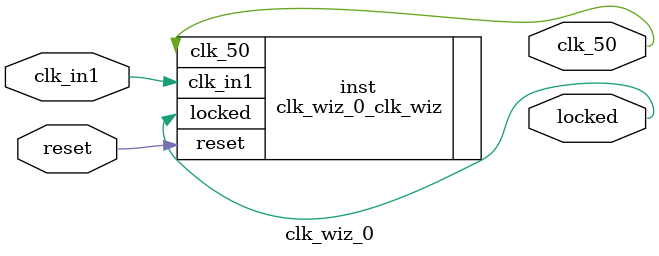
<source format=v>


`timescale 1ps/1ps

(* CORE_GENERATION_INFO = "clk_wiz_0,clk_wiz_v6_0_11_0_0,{component_name=clk_wiz_0,use_phase_alignment=true,use_min_o_jitter=false,use_max_i_jitter=false,use_dyn_phase_shift=false,use_inclk_switchover=false,use_dyn_reconfig=false,enable_axi=0,feedback_source=FDBK_AUTO,PRIMITIVE=MMCM,num_out_clk=1,clkin1_period=10.000,clkin2_period=10.000,use_power_down=false,use_reset=true,use_locked=true,use_inclk_stopped=false,feedback_type=SINGLE,CLOCK_MGR_TYPE=NA,manual_override=false}" *)

module clk_wiz_0 
 (
  // Clock out ports
  output        clk_50,
  // Status and control signals
  input         reset,
  output        locked,
 // Clock in ports
  input         clk_in1
 );

  clk_wiz_0_clk_wiz inst
  (
  // Clock out ports  
  .clk_50(clk_50),
  // Status and control signals               
  .reset(reset), 
  .locked(locked),
 // Clock in ports
  .clk_in1(clk_in1)
  );

endmodule

</source>
